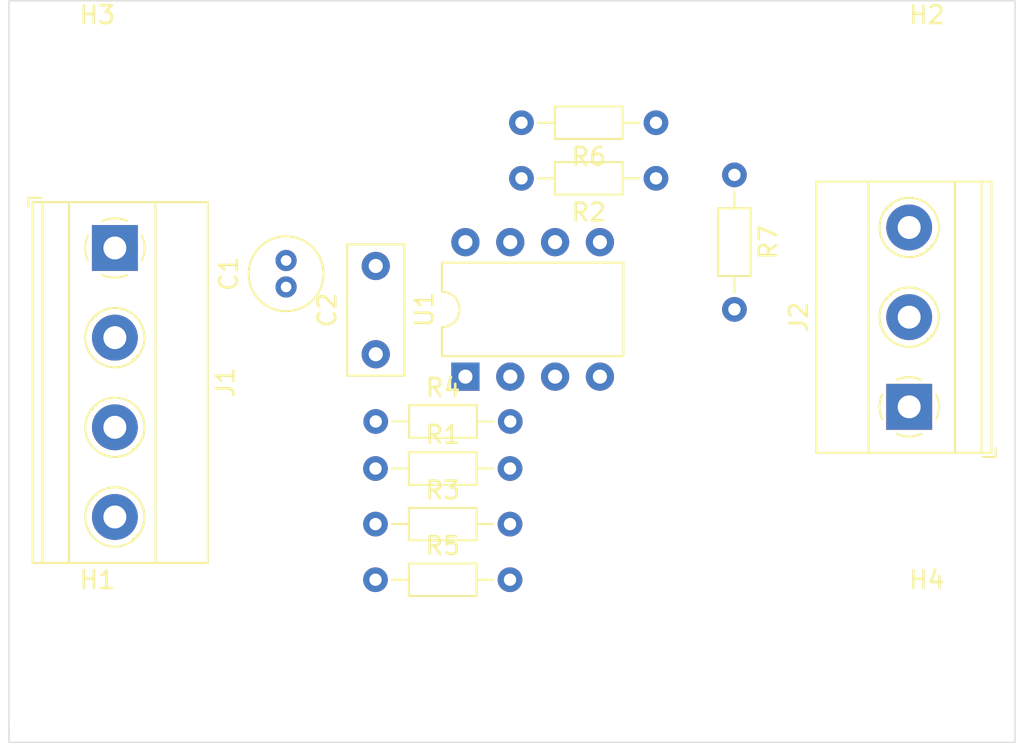
<source format=kicad_pcb>
(kicad_pcb (version 20171130) (host pcbnew "(5.1.9)-1")

  (general
    (thickness 1.6)
    (drawings 5)
    (tracks 0)
    (zones 0)
    (modules 16)
    (nets 1)
  )

  (page A4)
  (layers
    (0 F.Cu signal)
    (31 B.Cu signal)
    (32 B.Adhes user)
    (33 F.Adhes user)
    (34 B.Paste user)
    (35 F.Paste user)
    (36 B.SilkS user)
    (37 F.SilkS user)
    (38 B.Mask user)
    (39 F.Mask user)
    (40 Dwgs.User user)
    (41 Cmts.User user)
    (42 Eco1.User user)
    (43 Eco2.User user)
    (44 Edge.Cuts user)
    (45 Margin user)
    (46 B.CrtYd user)
    (47 F.CrtYd user)
    (48 B.Fab user)
    (49 F.Fab user)
  )

  (setup
    (last_trace_width 0.25)
    (trace_clearance 0.2)
    (zone_clearance 0.508)
    (zone_45_only no)
    (trace_min 0.2)
    (via_size 0.8)
    (via_drill 0.4)
    (via_min_size 0.4)
    (via_min_drill 0.3)
    (uvia_size 0.3)
    (uvia_drill 0.1)
    (uvias_allowed no)
    (uvia_min_size 0.2)
    (uvia_min_drill 0.1)
    (edge_width 0.05)
    (segment_width 0.2)
    (pcb_text_width 0.3)
    (pcb_text_size 1.5 1.5)
    (mod_edge_width 0.12)
    (mod_text_size 1 1)
    (mod_text_width 0.15)
    (pad_size 1.524 1.524)
    (pad_drill 0.762)
    (pad_to_mask_clearance 0)
    (aux_axis_origin 0 0)
    (visible_elements 7FFFFFFF)
    (pcbplotparams
      (layerselection 0x010fc_ffffffff)
      (usegerberextensions false)
      (usegerberattributes true)
      (usegerberadvancedattributes true)
      (creategerberjobfile true)
      (excludeedgelayer true)
      (linewidth 0.100000)
      (plotframeref false)
      (viasonmask false)
      (mode 1)
      (useauxorigin false)
      (hpglpennumber 1)
      (hpglpenspeed 20)
      (hpglpendiameter 15.000000)
      (psnegative false)
      (psa4output false)
      (plotreference true)
      (plotvalue true)
      (plotinvisibletext false)
      (padsonsilk false)
      (subtractmaskfromsilk false)
      (outputformat 1)
      (mirror false)
      (drillshape 1)
      (scaleselection 1)
      (outputdirectory ""))
  )

  (net 0 "")

  (net_class Default "This is the default net class."
    (clearance 0.2)
    (trace_width 0.25)
    (via_dia 0.8)
    (via_drill 0.4)
    (uvia_dia 0.3)
    (uvia_drill 0.1)
  )

  (module Resistor_THT:R_Axial_DIN0204_L3.6mm_D1.6mm_P7.62mm_Horizontal (layer F.Cu) (tedit 5AE5139B) (tstamp 600EA986)
    (at 144.765001 39.495001)
    (descr "Resistor, Axial_DIN0204 series, Axial, Horizontal, pin pitch=7.62mm, 0.167W, length*diameter=3.6*1.6mm^2, http://cdn-reichelt.de/documents/datenblatt/B400/1_4W%23YAG.pdf")
    (tags "Resistor Axial_DIN0204 series Axial Horizontal pin pitch 7.62mm 0.167W length 3.6mm diameter 1.6mm")
    (path /600E749A)
    (fp_text reference R1 (at 3.81 -1.92) (layer F.SilkS)
      (effects (font (size 1 1) (thickness 0.15)))
    )
    (fp_text value R (at 3.81 1.92) (layer F.Fab)
      (effects (font (size 1 1) (thickness 0.15)))
    )
    (fp_line (start 8.57 -1.05) (end -0.95 -1.05) (layer F.CrtYd) (width 0.05))
    (fp_line (start 8.57 1.05) (end 8.57 -1.05) (layer F.CrtYd) (width 0.05))
    (fp_line (start -0.95 1.05) (end 8.57 1.05) (layer F.CrtYd) (width 0.05))
    (fp_line (start -0.95 -1.05) (end -0.95 1.05) (layer F.CrtYd) (width 0.05))
    (fp_line (start 6.68 0) (end 5.73 0) (layer F.SilkS) (width 0.12))
    (fp_line (start 0.94 0) (end 1.89 0) (layer F.SilkS) (width 0.12))
    (fp_line (start 5.73 -0.92) (end 1.89 -0.92) (layer F.SilkS) (width 0.12))
    (fp_line (start 5.73 0.92) (end 5.73 -0.92) (layer F.SilkS) (width 0.12))
    (fp_line (start 1.89 0.92) (end 5.73 0.92) (layer F.SilkS) (width 0.12))
    (fp_line (start 1.89 -0.92) (end 1.89 0.92) (layer F.SilkS) (width 0.12))
    (fp_line (start 7.62 0) (end 5.61 0) (layer F.Fab) (width 0.1))
    (fp_line (start 0 0) (end 2.01 0) (layer F.Fab) (width 0.1))
    (fp_line (start 5.61 -0.8) (end 2.01 -0.8) (layer F.Fab) (width 0.1))
    (fp_line (start 5.61 0.8) (end 5.61 -0.8) (layer F.Fab) (width 0.1))
    (fp_line (start 2.01 0.8) (end 5.61 0.8) (layer F.Fab) (width 0.1))
    (fp_line (start 2.01 -0.8) (end 2.01 0.8) (layer F.Fab) (width 0.1))
    (fp_text user %R (at 3.81 0) (layer F.Fab)
      (effects (font (size 0.72 0.72) (thickness 0.108)))
    )
    (pad 1 thru_hole circle (at 0 0) (size 1.4 1.4) (drill 0.7) (layers *.Cu *.Mask))
    (pad 2 thru_hole oval (at 7.62 0) (size 1.4 1.4) (drill 0.7) (layers *.Cu *.Mask))
    (model ${KISYS3DMOD}/Resistor_THT.3dshapes/R_Axial_DIN0204_L3.6mm_D1.6mm_P7.62mm_Horizontal.wrl
      (at (xyz 0 0 0))
      (scale (xyz 1 1 1))
      (rotate (xyz 0 0 0))
    )
  )

  (module Resistor_THT:R_Axial_DIN0204_L3.6mm_D1.6mm_P7.62mm_Horizontal (layer F.Cu) (tedit 5AE5139B) (tstamp 600EA944)
    (at 160.654999 23.054999 180)
    (descr "Resistor, Axial_DIN0204 series, Axial, Horizontal, pin pitch=7.62mm, 0.167W, length*diameter=3.6*1.6mm^2, http://cdn-reichelt.de/documents/datenblatt/B400/1_4W%23YAG.pdf")
    (tags "Resistor Axial_DIN0204 series Axial Horizontal pin pitch 7.62mm 0.167W length 3.6mm diameter 1.6mm")
    (path /600E8D48)
    (fp_text reference R2 (at 3.81 -1.92) (layer F.SilkS)
      (effects (font (size 1 1) (thickness 0.15)))
    )
    (fp_text value R (at 3.81 1.92) (layer F.Fab)
      (effects (font (size 1 1) (thickness 0.15)))
    )
    (fp_line (start 2.01 -0.8) (end 2.01 0.8) (layer F.Fab) (width 0.1))
    (fp_line (start 2.01 0.8) (end 5.61 0.8) (layer F.Fab) (width 0.1))
    (fp_line (start 5.61 0.8) (end 5.61 -0.8) (layer F.Fab) (width 0.1))
    (fp_line (start 5.61 -0.8) (end 2.01 -0.8) (layer F.Fab) (width 0.1))
    (fp_line (start 0 0) (end 2.01 0) (layer F.Fab) (width 0.1))
    (fp_line (start 7.62 0) (end 5.61 0) (layer F.Fab) (width 0.1))
    (fp_line (start 1.89 -0.92) (end 1.89 0.92) (layer F.SilkS) (width 0.12))
    (fp_line (start 1.89 0.92) (end 5.73 0.92) (layer F.SilkS) (width 0.12))
    (fp_line (start 5.73 0.92) (end 5.73 -0.92) (layer F.SilkS) (width 0.12))
    (fp_line (start 5.73 -0.92) (end 1.89 -0.92) (layer F.SilkS) (width 0.12))
    (fp_line (start 0.94 0) (end 1.89 0) (layer F.SilkS) (width 0.12))
    (fp_line (start 6.68 0) (end 5.73 0) (layer F.SilkS) (width 0.12))
    (fp_line (start -0.95 -1.05) (end -0.95 1.05) (layer F.CrtYd) (width 0.05))
    (fp_line (start -0.95 1.05) (end 8.57 1.05) (layer F.CrtYd) (width 0.05))
    (fp_line (start 8.57 1.05) (end 8.57 -1.05) (layer F.CrtYd) (width 0.05))
    (fp_line (start 8.57 -1.05) (end -0.95 -1.05) (layer F.CrtYd) (width 0.05))
    (fp_text user %R (at 3.81 0) (layer F.Fab)
      (effects (font (size 0.72 0.72) (thickness 0.108)))
    )
    (pad 2 thru_hole oval (at 7.62 0 180) (size 1.4 1.4) (drill 0.7) (layers *.Cu *.Mask))
    (pad 1 thru_hole circle (at 0 0 180) (size 1.4 1.4) (drill 0.7) (layers *.Cu *.Mask))
    (model ${KISYS3DMOD}/Resistor_THT.3dshapes/R_Axial_DIN0204_L3.6mm_D1.6mm_P7.62mm_Horizontal.wrl
      (at (xyz 0 0 0))
      (scale (xyz 1 1 1))
      (rotate (xyz 0 0 0))
    )
  )

  (module Resistor_THT:R_Axial_DIN0204_L3.6mm_D1.6mm_P7.62mm_Horizontal (layer F.Cu) (tedit 5AE5139B) (tstamp 600EA902)
    (at 144.765001 42.645001)
    (descr "Resistor, Axial_DIN0204 series, Axial, Horizontal, pin pitch=7.62mm, 0.167W, length*diameter=3.6*1.6mm^2, http://cdn-reichelt.de/documents/datenblatt/B400/1_4W%23YAG.pdf")
    (tags "Resistor Axial_DIN0204 series Axial Horizontal pin pitch 7.62mm 0.167W length 3.6mm diameter 1.6mm")
    (path /600E919E)
    (fp_text reference R3 (at 3.81 -1.92) (layer F.SilkS)
      (effects (font (size 1 1) (thickness 0.15)))
    )
    (fp_text value R (at 3.81 1.92) (layer F.Fab)
      (effects (font (size 1 1) (thickness 0.15)))
    )
    (fp_line (start 8.57 -1.05) (end -0.95 -1.05) (layer F.CrtYd) (width 0.05))
    (fp_line (start 8.57 1.05) (end 8.57 -1.05) (layer F.CrtYd) (width 0.05))
    (fp_line (start -0.95 1.05) (end 8.57 1.05) (layer F.CrtYd) (width 0.05))
    (fp_line (start -0.95 -1.05) (end -0.95 1.05) (layer F.CrtYd) (width 0.05))
    (fp_line (start 6.68 0) (end 5.73 0) (layer F.SilkS) (width 0.12))
    (fp_line (start 0.94 0) (end 1.89 0) (layer F.SilkS) (width 0.12))
    (fp_line (start 5.73 -0.92) (end 1.89 -0.92) (layer F.SilkS) (width 0.12))
    (fp_line (start 5.73 0.92) (end 5.73 -0.92) (layer F.SilkS) (width 0.12))
    (fp_line (start 1.89 0.92) (end 5.73 0.92) (layer F.SilkS) (width 0.12))
    (fp_line (start 1.89 -0.92) (end 1.89 0.92) (layer F.SilkS) (width 0.12))
    (fp_line (start 7.62 0) (end 5.61 0) (layer F.Fab) (width 0.1))
    (fp_line (start 0 0) (end 2.01 0) (layer F.Fab) (width 0.1))
    (fp_line (start 5.61 -0.8) (end 2.01 -0.8) (layer F.Fab) (width 0.1))
    (fp_line (start 5.61 0.8) (end 5.61 -0.8) (layer F.Fab) (width 0.1))
    (fp_line (start 2.01 0.8) (end 5.61 0.8) (layer F.Fab) (width 0.1))
    (fp_line (start 2.01 -0.8) (end 2.01 0.8) (layer F.Fab) (width 0.1))
    (fp_text user %R (at 3.81 0) (layer F.Fab)
      (effects (font (size 0.72 0.72) (thickness 0.108)))
    )
    (pad 1 thru_hole circle (at 0 0) (size 1.4 1.4) (drill 0.7) (layers *.Cu *.Mask))
    (pad 2 thru_hole oval (at 7.62 0) (size 1.4 1.4) (drill 0.7) (layers *.Cu *.Mask))
    (model ${KISYS3DMOD}/Resistor_THT.3dshapes/R_Axial_DIN0204_L3.6mm_D1.6mm_P7.62mm_Horizontal.wrl
      (at (xyz 0 0 0))
      (scale (xyz 1 1 1))
      (rotate (xyz 0 0 0))
    )
  )

  (module Resistor_THT:R_Axial_DIN0204_L3.6mm_D1.6mm_P7.62mm_Horizontal (layer F.Cu) (tedit 5AE5139B) (tstamp 600EA8C0)
    (at 144.78 36.83)
    (descr "Resistor, Axial_DIN0204 series, Axial, Horizontal, pin pitch=7.62mm, 0.167W, length*diameter=3.6*1.6mm^2, http://cdn-reichelt.de/documents/datenblatt/B400/1_4W%23YAG.pdf")
    (tags "Resistor Axial_DIN0204 series Axial Horizontal pin pitch 7.62mm 0.167W length 3.6mm diameter 1.6mm")
    (path /600E952F)
    (fp_text reference R4 (at 3.81 -1.92) (layer F.SilkS)
      (effects (font (size 1 1) (thickness 0.15)))
    )
    (fp_text value R (at 3.81 1.92) (layer F.Fab)
      (effects (font (size 1 1) (thickness 0.15)))
    )
    (fp_line (start 2.01 -0.8) (end 2.01 0.8) (layer F.Fab) (width 0.1))
    (fp_line (start 2.01 0.8) (end 5.61 0.8) (layer F.Fab) (width 0.1))
    (fp_line (start 5.61 0.8) (end 5.61 -0.8) (layer F.Fab) (width 0.1))
    (fp_line (start 5.61 -0.8) (end 2.01 -0.8) (layer F.Fab) (width 0.1))
    (fp_line (start 0 0) (end 2.01 0) (layer F.Fab) (width 0.1))
    (fp_line (start 7.62 0) (end 5.61 0) (layer F.Fab) (width 0.1))
    (fp_line (start 1.89 -0.92) (end 1.89 0.92) (layer F.SilkS) (width 0.12))
    (fp_line (start 1.89 0.92) (end 5.73 0.92) (layer F.SilkS) (width 0.12))
    (fp_line (start 5.73 0.92) (end 5.73 -0.92) (layer F.SilkS) (width 0.12))
    (fp_line (start 5.73 -0.92) (end 1.89 -0.92) (layer F.SilkS) (width 0.12))
    (fp_line (start 0.94 0) (end 1.89 0) (layer F.SilkS) (width 0.12))
    (fp_line (start 6.68 0) (end 5.73 0) (layer F.SilkS) (width 0.12))
    (fp_line (start -0.95 -1.05) (end -0.95 1.05) (layer F.CrtYd) (width 0.05))
    (fp_line (start -0.95 1.05) (end 8.57 1.05) (layer F.CrtYd) (width 0.05))
    (fp_line (start 8.57 1.05) (end 8.57 -1.05) (layer F.CrtYd) (width 0.05))
    (fp_line (start 8.57 -1.05) (end -0.95 -1.05) (layer F.CrtYd) (width 0.05))
    (fp_text user %R (at 3.81 0) (layer F.Fab)
      (effects (font (size 0.72 0.72) (thickness 0.108)))
    )
    (pad 2 thru_hole oval (at 7.62 0) (size 1.4 1.4) (drill 0.7) (layers *.Cu *.Mask))
    (pad 1 thru_hole circle (at 0 0) (size 1.4 1.4) (drill 0.7) (layers *.Cu *.Mask))
    (model ${KISYS3DMOD}/Resistor_THT.3dshapes/R_Axial_DIN0204_L3.6mm_D1.6mm_P7.62mm_Horizontal.wrl
      (at (xyz 0 0 0))
      (scale (xyz 1 1 1))
      (rotate (xyz 0 0 0))
    )
  )

  (module Resistor_THT:R_Axial_DIN0204_L3.6mm_D1.6mm_P7.62mm_Horizontal (layer F.Cu) (tedit 5AE5139B) (tstamp 600EA7EB)
    (at 144.765001 45.795001)
    (descr "Resistor, Axial_DIN0204 series, Axial, Horizontal, pin pitch=7.62mm, 0.167W, length*diameter=3.6*1.6mm^2, http://cdn-reichelt.de/documents/datenblatt/B400/1_4W%23YAG.pdf")
    (tags "Resistor Axial_DIN0204 series Axial Horizontal pin pitch 7.62mm 0.167W length 3.6mm diameter 1.6mm")
    (path /600E97E5)
    (fp_text reference R5 (at 3.81 -1.92) (layer F.SilkS)
      (effects (font (size 1 1) (thickness 0.15)))
    )
    (fp_text value R (at 3.81 1.92) (layer F.Fab)
      (effects (font (size 1 1) (thickness 0.15)))
    )
    (fp_line (start 8.57 -1.05) (end -0.95 -1.05) (layer F.CrtYd) (width 0.05))
    (fp_line (start 8.57 1.05) (end 8.57 -1.05) (layer F.CrtYd) (width 0.05))
    (fp_line (start -0.95 1.05) (end 8.57 1.05) (layer F.CrtYd) (width 0.05))
    (fp_line (start -0.95 -1.05) (end -0.95 1.05) (layer F.CrtYd) (width 0.05))
    (fp_line (start 6.68 0) (end 5.73 0) (layer F.SilkS) (width 0.12))
    (fp_line (start 0.94 0) (end 1.89 0) (layer F.SilkS) (width 0.12))
    (fp_line (start 5.73 -0.92) (end 1.89 -0.92) (layer F.SilkS) (width 0.12))
    (fp_line (start 5.73 0.92) (end 5.73 -0.92) (layer F.SilkS) (width 0.12))
    (fp_line (start 1.89 0.92) (end 5.73 0.92) (layer F.SilkS) (width 0.12))
    (fp_line (start 1.89 -0.92) (end 1.89 0.92) (layer F.SilkS) (width 0.12))
    (fp_line (start 7.62 0) (end 5.61 0) (layer F.Fab) (width 0.1))
    (fp_line (start 0 0) (end 2.01 0) (layer F.Fab) (width 0.1))
    (fp_line (start 5.61 -0.8) (end 2.01 -0.8) (layer F.Fab) (width 0.1))
    (fp_line (start 5.61 0.8) (end 5.61 -0.8) (layer F.Fab) (width 0.1))
    (fp_line (start 2.01 0.8) (end 5.61 0.8) (layer F.Fab) (width 0.1))
    (fp_line (start 2.01 -0.8) (end 2.01 0.8) (layer F.Fab) (width 0.1))
    (fp_text user %R (at 3.81 0) (layer F.Fab)
      (effects (font (size 0.72 0.72) (thickness 0.108)))
    )
    (pad 1 thru_hole circle (at 0 0) (size 1.4 1.4) (drill 0.7) (layers *.Cu *.Mask))
    (pad 2 thru_hole oval (at 7.62 0) (size 1.4 1.4) (drill 0.7) (layers *.Cu *.Mask))
    (model ${KISYS3DMOD}/Resistor_THT.3dshapes/R_Axial_DIN0204_L3.6mm_D1.6mm_P7.62mm_Horizontal.wrl
      (at (xyz 0 0 0))
      (scale (xyz 1 1 1))
      (rotate (xyz 0 0 0))
    )
  )

  (module Resistor_THT:R_Axial_DIN0204_L3.6mm_D1.6mm_P7.62mm_Horizontal (layer F.Cu) (tedit 5AE5139B) (tstamp 600EA87E)
    (at 160.654999 19.904999 180)
    (descr "Resistor, Axial_DIN0204 series, Axial, Horizontal, pin pitch=7.62mm, 0.167W, length*diameter=3.6*1.6mm^2, http://cdn-reichelt.de/documents/datenblatt/B400/1_4W%23YAG.pdf")
    (tags "Resistor Axial_DIN0204 series Axial Horizontal pin pitch 7.62mm 0.167W length 3.6mm diameter 1.6mm")
    (path /600E9B4F)
    (fp_text reference R6 (at 3.81 -1.92) (layer F.SilkS)
      (effects (font (size 1 1) (thickness 0.15)))
    )
    (fp_text value R (at 3.81 1.92) (layer F.Fab)
      (effects (font (size 1 1) (thickness 0.15)))
    )
    (fp_line (start 2.01 -0.8) (end 2.01 0.8) (layer F.Fab) (width 0.1))
    (fp_line (start 2.01 0.8) (end 5.61 0.8) (layer F.Fab) (width 0.1))
    (fp_line (start 5.61 0.8) (end 5.61 -0.8) (layer F.Fab) (width 0.1))
    (fp_line (start 5.61 -0.8) (end 2.01 -0.8) (layer F.Fab) (width 0.1))
    (fp_line (start 0 0) (end 2.01 0) (layer F.Fab) (width 0.1))
    (fp_line (start 7.62 0) (end 5.61 0) (layer F.Fab) (width 0.1))
    (fp_line (start 1.89 -0.92) (end 1.89 0.92) (layer F.SilkS) (width 0.12))
    (fp_line (start 1.89 0.92) (end 5.73 0.92) (layer F.SilkS) (width 0.12))
    (fp_line (start 5.73 0.92) (end 5.73 -0.92) (layer F.SilkS) (width 0.12))
    (fp_line (start 5.73 -0.92) (end 1.89 -0.92) (layer F.SilkS) (width 0.12))
    (fp_line (start 0.94 0) (end 1.89 0) (layer F.SilkS) (width 0.12))
    (fp_line (start 6.68 0) (end 5.73 0) (layer F.SilkS) (width 0.12))
    (fp_line (start -0.95 -1.05) (end -0.95 1.05) (layer F.CrtYd) (width 0.05))
    (fp_line (start -0.95 1.05) (end 8.57 1.05) (layer F.CrtYd) (width 0.05))
    (fp_line (start 8.57 1.05) (end 8.57 -1.05) (layer F.CrtYd) (width 0.05))
    (fp_line (start 8.57 -1.05) (end -0.95 -1.05) (layer F.CrtYd) (width 0.05))
    (fp_text user %R (at 3.81 0) (layer F.Fab)
      (effects (font (size 0.72 0.72) (thickness 0.108)))
    )
    (pad 2 thru_hole oval (at 7.62 0 180) (size 1.4 1.4) (drill 0.7) (layers *.Cu *.Mask))
    (pad 1 thru_hole circle (at 0 0 180) (size 1.4 1.4) (drill 0.7) (layers *.Cu *.Mask))
    (model ${KISYS3DMOD}/Resistor_THT.3dshapes/R_Axial_DIN0204_L3.6mm_D1.6mm_P7.62mm_Horizontal.wrl
      (at (xyz 0 0 0))
      (scale (xyz 1 1 1))
      (rotate (xyz 0 0 0))
    )
  )

  (module Resistor_THT:R_Axial_DIN0204_L3.6mm_D1.6mm_P7.62mm_Horizontal (layer F.Cu) (tedit 5AE5139B) (tstamp 600E9B91)
    (at 165.1 22.86 270)
    (descr "Resistor, Axial_DIN0204 series, Axial, Horizontal, pin pitch=7.62mm, 0.167W, length*diameter=3.6*1.6mm^2, http://cdn-reichelt.de/documents/datenblatt/B400/1_4W%23YAG.pdf")
    (tags "Resistor Axial_DIN0204 series Axial Horizontal pin pitch 7.62mm 0.167W length 3.6mm diameter 1.6mm")
    (path /600E9FF8)
    (fp_text reference R7 (at 3.81 -1.92 90) (layer F.SilkS)
      (effects (font (size 1 1) (thickness 0.15)))
    )
    (fp_text value R (at 3.81 1.92 90) (layer F.Fab)
      (effects (font (size 1 1) (thickness 0.15)))
    )
    (fp_line (start 8.57 -1.05) (end -0.95 -1.05) (layer F.CrtYd) (width 0.05))
    (fp_line (start 8.57 1.05) (end 8.57 -1.05) (layer F.CrtYd) (width 0.05))
    (fp_line (start -0.95 1.05) (end 8.57 1.05) (layer F.CrtYd) (width 0.05))
    (fp_line (start -0.95 -1.05) (end -0.95 1.05) (layer F.CrtYd) (width 0.05))
    (fp_line (start 6.68 0) (end 5.73 0) (layer F.SilkS) (width 0.12))
    (fp_line (start 0.94 0) (end 1.89 0) (layer F.SilkS) (width 0.12))
    (fp_line (start 5.73 -0.92) (end 1.89 -0.92) (layer F.SilkS) (width 0.12))
    (fp_line (start 5.73 0.92) (end 5.73 -0.92) (layer F.SilkS) (width 0.12))
    (fp_line (start 1.89 0.92) (end 5.73 0.92) (layer F.SilkS) (width 0.12))
    (fp_line (start 1.89 -0.92) (end 1.89 0.92) (layer F.SilkS) (width 0.12))
    (fp_line (start 7.62 0) (end 5.61 0) (layer F.Fab) (width 0.1))
    (fp_line (start 0 0) (end 2.01 0) (layer F.Fab) (width 0.1))
    (fp_line (start 5.61 -0.8) (end 2.01 -0.8) (layer F.Fab) (width 0.1))
    (fp_line (start 5.61 0.8) (end 5.61 -0.8) (layer F.Fab) (width 0.1))
    (fp_line (start 2.01 0.8) (end 5.61 0.8) (layer F.Fab) (width 0.1))
    (fp_line (start 2.01 -0.8) (end 2.01 0.8) (layer F.Fab) (width 0.1))
    (fp_text user %R (at 3.81 0 90) (layer F.Fab)
      (effects (font (size 0.72 0.72) (thickness 0.108)))
    )
    (pad 1 thru_hole circle (at 0 0 270) (size 1.4 1.4) (drill 0.7) (layers *.Cu *.Mask))
    (pad 2 thru_hole oval (at 7.62 0 270) (size 1.4 1.4) (drill 0.7) (layers *.Cu *.Mask))
    (model ${KISYS3DMOD}/Resistor_THT.3dshapes/R_Axial_DIN0204_L3.6mm_D1.6mm_P7.62mm_Horizontal.wrl
      (at (xyz 0 0 0))
      (scale (xyz 1 1 1))
      (rotate (xyz 0 0 0))
    )
  )

  (module Package_DIP:DIP-8_W7.62mm (layer F.Cu) (tedit 5A02E8C5) (tstamp 600EA832)
    (at 149.86 34.29 90)
    (descr "8-lead though-hole mounted DIP package, row spacing 7.62 mm (300 mils)")
    (tags "THT DIP DIL PDIP 2.54mm 7.62mm 300mil")
    (path /600EC27F)
    (fp_text reference U1 (at 3.81 -2.33 90) (layer F.SilkS)
      (effects (font (size 1 1) (thickness 0.15)))
    )
    (fp_text value LM2904 (at 3.81 9.95 90) (layer F.Fab)
      (effects (font (size 1 1) (thickness 0.15)))
    )
    (fp_line (start 8.7 -1.55) (end -1.1 -1.55) (layer F.CrtYd) (width 0.05))
    (fp_line (start 8.7 9.15) (end 8.7 -1.55) (layer F.CrtYd) (width 0.05))
    (fp_line (start -1.1 9.15) (end 8.7 9.15) (layer F.CrtYd) (width 0.05))
    (fp_line (start -1.1 -1.55) (end -1.1 9.15) (layer F.CrtYd) (width 0.05))
    (fp_line (start 6.46 -1.33) (end 4.81 -1.33) (layer F.SilkS) (width 0.12))
    (fp_line (start 6.46 8.95) (end 6.46 -1.33) (layer F.SilkS) (width 0.12))
    (fp_line (start 1.16 8.95) (end 6.46 8.95) (layer F.SilkS) (width 0.12))
    (fp_line (start 1.16 -1.33) (end 1.16 8.95) (layer F.SilkS) (width 0.12))
    (fp_line (start 2.81 -1.33) (end 1.16 -1.33) (layer F.SilkS) (width 0.12))
    (fp_line (start 0.635 -0.27) (end 1.635 -1.27) (layer F.Fab) (width 0.1))
    (fp_line (start 0.635 8.89) (end 0.635 -0.27) (layer F.Fab) (width 0.1))
    (fp_line (start 6.985 8.89) (end 0.635 8.89) (layer F.Fab) (width 0.1))
    (fp_line (start 6.985 -1.27) (end 6.985 8.89) (layer F.Fab) (width 0.1))
    (fp_line (start 1.635 -1.27) (end 6.985 -1.27) (layer F.Fab) (width 0.1))
    (fp_arc (start 3.81 -1.33) (end 2.81 -1.33) (angle -180) (layer F.SilkS) (width 0.12))
    (fp_text user %R (at 3.81 3.81 90) (layer F.Fab)
      (effects (font (size 1 1) (thickness 0.15)))
    )
    (pad 1 thru_hole rect (at 0 0 90) (size 1.6 1.6) (drill 0.8) (layers *.Cu *.Mask))
    (pad 5 thru_hole oval (at 7.62 7.62 90) (size 1.6 1.6) (drill 0.8) (layers *.Cu *.Mask))
    (pad 2 thru_hole oval (at 0 2.54 90) (size 1.6 1.6) (drill 0.8) (layers *.Cu *.Mask))
    (pad 6 thru_hole oval (at 7.62 5.08 90) (size 1.6 1.6) (drill 0.8) (layers *.Cu *.Mask))
    (pad 3 thru_hole oval (at 0 5.08 90) (size 1.6 1.6) (drill 0.8) (layers *.Cu *.Mask))
    (pad 7 thru_hole oval (at 7.62 2.54 90) (size 1.6 1.6) (drill 0.8) (layers *.Cu *.Mask))
    (pad 4 thru_hole oval (at 0 7.62 90) (size 1.6 1.6) (drill 0.8) (layers *.Cu *.Mask))
    (pad 8 thru_hole oval (at 7.62 0 90) (size 1.6 1.6) (drill 0.8) (layers *.Cu *.Mask))
    (model ${KISYS3DMOD}/Package_DIP.3dshapes/DIP-8_W7.62mm.wrl
      (at (xyz 0 0 0))
      (scale (xyz 1 1 1))
      (rotate (xyz 0 0 0))
    )
  )

  (module Capacitor_THT:C_Radial_D4.0mm_H7.0mm_P1.50mm (layer F.Cu) (tedit 5BC5C9B9) (tstamp 600F586E)
    (at 139.7 29.21 90)
    (descr "C, Radial series, Radial, pin pitch=1.50mm, diameter=4mm, height=7mm, Non-Polar Electrolytic Capacitor")
    (tags "C Radial series Radial pin pitch 1.50mm diameter 4mm height 7mm Non-Polar Electrolytic Capacitor")
    (path /600EA95A)
    (fp_text reference C1 (at 0.75 -3.25 90) (layer F.SilkS)
      (effects (font (size 1 1) (thickness 0.15)))
    )
    (fp_text value CAP (at 0.75 3.25 90) (layer F.Fab)
      (effects (font (size 1 1) (thickness 0.15)))
    )
    (fp_circle (center 0.75 0) (end 2.75 0) (layer F.Fab) (width 0.1))
    (fp_circle (center 0.75 0) (end 2.87 0) (layer F.SilkS) (width 0.12))
    (fp_circle (center 0.75 0) (end 3 0) (layer F.CrtYd) (width 0.05))
    (fp_text user %R (at 0.75 0 90) (layer F.Fab)
      (effects (font (size 0.8 0.8) (thickness 0.12)))
    )
    (pad 1 thru_hole circle (at 0 0 90) (size 1.2 1.2) (drill 0.6) (layers *.Cu *.Mask))
    (pad 2 thru_hole circle (at 1.5 0 90) (size 1.2 1.2) (drill 0.6) (layers *.Cu *.Mask))
    (model ${KISYS3DMOD}/Capacitor_THT.3dshapes/C_Radial_D4.0mm_H7.0mm_P1.50mm.wrl
      (at (xyz 0 0 0))
      (scale (xyz 1 1 1))
      (rotate (xyz 0 0 0))
    )
  )

  (module Capacitor_THT:C_Rect_L7.2mm_W3.0mm_P5.00mm_FKS2_FKP2_MKS2_MKP2 (layer F.Cu) (tedit 5AE50EF0) (tstamp 600F5877)
    (at 144.78 33.02 90)
    (descr "C, Rect series, Radial, pin pitch=5.00mm, , length*width=7.2*3.0mm^2, Capacitor, http://www.wima.com/EN/WIMA_FKS_2.pdf")
    (tags "C Rect series Radial pin pitch 5.00mm  length 7.2mm width 3.0mm Capacitor")
    (path /600EB810)
    (fp_text reference C2 (at 2.5 -2.75 90) (layer F.SilkS)
      (effects (font (size 1 1) (thickness 0.15)))
    )
    (fp_text value CAP (at 2.5 2.75 90) (layer F.Fab)
      (effects (font (size 1 1) (thickness 0.15)))
    )
    (fp_line (start -1.1 -1.5) (end -1.1 1.5) (layer F.Fab) (width 0.1))
    (fp_line (start -1.1 1.5) (end 6.1 1.5) (layer F.Fab) (width 0.1))
    (fp_line (start 6.1 1.5) (end 6.1 -1.5) (layer F.Fab) (width 0.1))
    (fp_line (start 6.1 -1.5) (end -1.1 -1.5) (layer F.Fab) (width 0.1))
    (fp_line (start -1.22 -1.62) (end 6.22 -1.62) (layer F.SilkS) (width 0.12))
    (fp_line (start -1.22 1.62) (end 6.22 1.62) (layer F.SilkS) (width 0.12))
    (fp_line (start -1.22 -1.62) (end -1.22 1.62) (layer F.SilkS) (width 0.12))
    (fp_line (start 6.22 -1.62) (end 6.22 1.62) (layer F.SilkS) (width 0.12))
    (fp_line (start -1.35 -1.75) (end -1.35 1.75) (layer F.CrtYd) (width 0.05))
    (fp_line (start -1.35 1.75) (end 6.35 1.75) (layer F.CrtYd) (width 0.05))
    (fp_line (start 6.35 1.75) (end 6.35 -1.75) (layer F.CrtYd) (width 0.05))
    (fp_line (start 6.35 -1.75) (end -1.35 -1.75) (layer F.CrtYd) (width 0.05))
    (fp_text user %R (at 2.5 0 90) (layer F.Fab)
      (effects (font (size 1 1) (thickness 0.15)))
    )
    (pad 1 thru_hole circle (at 0 0 90) (size 1.6 1.6) (drill 0.8) (layers *.Cu *.Mask))
    (pad 2 thru_hole circle (at 5 0 90) (size 1.6 1.6) (drill 0.8) (layers *.Cu *.Mask))
    (model ${KISYS3DMOD}/Capacitor_THT.3dshapes/C_Rect_L7.2mm_W3.0mm_P5.00mm_FKS2_FKP2_MKS2_MKP2.wrl
      (at (xyz 0 0 0))
      (scale (xyz 1 1 1))
      (rotate (xyz 0 0 0))
    )
  )

  (module MountingHole:MountingHole_3.2mm_M3 (layer F.Cu) (tedit 56D1B4CB) (tstamp 60184F7D)
    (at 129 50)
    (descr "Mounting Hole 3.2mm, no annular, M3")
    (tags "mounting hole 3.2mm no annular m3")
    (path /60184F51)
    (attr virtual)
    (fp_text reference H1 (at 0 -4.2) (layer F.SilkS)
      (effects (font (size 1 1) (thickness 0.15)))
    )
    (fp_text value MountingHole (at 0 4.2) (layer F.Fab)
      (effects (font (size 1 1) (thickness 0.15)))
    )
    (fp_circle (center 0 0) (end 3.45 0) (layer F.CrtYd) (width 0.05))
    (fp_circle (center 0 0) (end 3.2 0) (layer Cmts.User) (width 0.15))
    (fp_text user %R (at 0.3 0) (layer F.Fab)
      (effects (font (size 1 1) (thickness 0.15)))
    )
    (pad 1 np_thru_hole circle (at 0 0) (size 3.2 3.2) (drill 3.2) (layers *.Cu *.Mask))
  )

  (module MountingHole:MountingHole_3.2mm_M3 (layer F.Cu) (tedit 56D1B4CB) (tstamp 60184F85)
    (at 176 18)
    (descr "Mounting Hole 3.2mm, no annular, M3")
    (tags "mounting hole 3.2mm no annular m3")
    (path /60187ABD)
    (attr virtual)
    (fp_text reference H2 (at 0 -4.2) (layer F.SilkS)
      (effects (font (size 1 1) (thickness 0.15)))
    )
    (fp_text value MountingHole (at 0 4.2) (layer F.Fab)
      (effects (font (size 1 1) (thickness 0.15)))
    )
    (fp_text user %R (at 0.3 0) (layer F.Fab)
      (effects (font (size 1 1) (thickness 0.15)))
    )
    (fp_circle (center 0 0) (end 3.2 0) (layer Cmts.User) (width 0.15))
    (fp_circle (center 0 0) (end 3.45 0) (layer F.CrtYd) (width 0.05))
    (pad 1 np_thru_hole circle (at 0 0) (size 3.2 3.2) (drill 3.2) (layers *.Cu *.Mask))
  )

  (module MountingHole:MountingHole_3.2mm_M3 (layer F.Cu) (tedit 56D1B4CB) (tstamp 60184F8D)
    (at 129 18)
    (descr "Mounting Hole 3.2mm, no annular, M3")
    (tags "mounting hole 3.2mm no annular m3")
    (path /60187E50)
    (attr virtual)
    (fp_text reference H3 (at 0 -4.2) (layer F.SilkS)
      (effects (font (size 1 1) (thickness 0.15)))
    )
    (fp_text value MountingHole (at 0 4.2) (layer F.Fab)
      (effects (font (size 1 1) (thickness 0.15)))
    )
    (fp_circle (center 0 0) (end 3.45 0) (layer F.CrtYd) (width 0.05))
    (fp_circle (center 0 0) (end 3.2 0) (layer Cmts.User) (width 0.15))
    (fp_text user %R (at 0.3 0) (layer F.Fab)
      (effects (font (size 1 1) (thickness 0.15)))
    )
    (pad 1 np_thru_hole circle (at 0 0) (size 3.2 3.2) (drill 3.2) (layers *.Cu *.Mask))
  )

  (module MountingHole:MountingHole_3.2mm_M3 (layer F.Cu) (tedit 56D1B4CB) (tstamp 60184F95)
    (at 176 50)
    (descr "Mounting Hole 3.2mm, no annular, M3")
    (tags "mounting hole 3.2mm no annular m3")
    (path /60188199)
    (attr virtual)
    (fp_text reference H4 (at 0 -4.2) (layer F.SilkS)
      (effects (font (size 1 1) (thickness 0.15)))
    )
    (fp_text value MountingHole (at 0 4.2) (layer F.Fab)
      (effects (font (size 1 1) (thickness 0.15)))
    )
    (fp_text user %R (at 0.3 0) (layer F.Fab)
      (effects (font (size 1 1) (thickness 0.15)))
    )
    (fp_circle (center 0 0) (end 3.2 0) (layer Cmts.User) (width 0.15))
    (fp_circle (center 0 0) (end 3.45 0) (layer F.CrtYd) (width 0.05))
    (pad 1 np_thru_hole circle (at 0 0) (size 3.2 3.2) (drill 3.2) (layers *.Cu *.Mask))
  )

  (module TerminalBlock_Phoenix:TerminalBlock_Phoenix_MKDS-1,5-4-5.08_1x04_P5.08mm_Horizontal (layer F.Cu) (tedit 5B294EBC) (tstamp 60184FD3)
    (at 130 27 270)
    (descr "Terminal Block Phoenix MKDS-1,5-4-5.08, 4 pins, pitch 5.08mm, size 20.3x9.8mm^2, drill diamater 1.3mm, pad diameter 2.6mm, see http://www.farnell.com/datasheets/100425.pdf, script-generated using https://github.com/pointhi/kicad-footprint-generator/scripts/TerminalBlock_Phoenix")
    (tags "THT Terminal Block Phoenix MKDS-1,5-4-5.08 pitch 5.08mm size 20.3x9.8mm^2 drill 1.3mm pad 2.6mm")
    (path /60185A77)
    (fp_text reference J1 (at 7.62 -6.26 90) (layer F.SilkS)
      (effects (font (size 1 1) (thickness 0.15)))
    )
    (fp_text value Screw_Terminal_01x04 (at 7.62 5.66 90) (layer F.Fab)
      (effects (font (size 1 1) (thickness 0.15)))
    )
    (fp_line (start 18.28 -5.71) (end -3.04 -5.71) (layer F.CrtYd) (width 0.05))
    (fp_line (start 18.28 5.1) (end 18.28 -5.71) (layer F.CrtYd) (width 0.05))
    (fp_line (start -3.04 5.1) (end 18.28 5.1) (layer F.CrtYd) (width 0.05))
    (fp_line (start -3.04 -5.71) (end -3.04 5.1) (layer F.CrtYd) (width 0.05))
    (fp_line (start -2.84 4.9) (end -2.34 4.9) (layer F.SilkS) (width 0.12))
    (fp_line (start -2.84 4.16) (end -2.84 4.9) (layer F.SilkS) (width 0.12))
    (fp_line (start 14.013 1.023) (end 13.966 1.069) (layer F.SilkS) (width 0.12))
    (fp_line (start 16.31 -1.275) (end 16.275 -1.239) (layer F.SilkS) (width 0.12))
    (fp_line (start 14.206 1.239) (end 14.171 1.274) (layer F.SilkS) (width 0.12))
    (fp_line (start 16.515 -1.069) (end 16.468 -1.023) (layer F.SilkS) (width 0.12))
    (fp_line (start 16.195 -1.138) (end 14.103 0.955) (layer F.Fab) (width 0.1))
    (fp_line (start 16.378 -0.955) (end 14.286 1.138) (layer F.Fab) (width 0.1))
    (fp_line (start 8.933 1.023) (end 8.886 1.069) (layer F.SilkS) (width 0.12))
    (fp_line (start 11.23 -1.275) (end 11.195 -1.239) (layer F.SilkS) (width 0.12))
    (fp_line (start 9.126 1.239) (end 9.091 1.274) (layer F.SilkS) (width 0.12))
    (fp_line (start 11.435 -1.069) (end 11.388 -1.023) (layer F.SilkS) (width 0.12))
    (fp_line (start 11.115 -1.138) (end 9.023 0.955) (layer F.Fab) (width 0.1))
    (fp_line (start 11.298 -0.955) (end 9.206 1.138) (layer F.Fab) (width 0.1))
    (fp_line (start 3.853 1.023) (end 3.806 1.069) (layer F.SilkS) (width 0.12))
    (fp_line (start 6.15 -1.275) (end 6.115 -1.239) (layer F.SilkS) (width 0.12))
    (fp_line (start 4.046 1.239) (end 4.011 1.274) (layer F.SilkS) (width 0.12))
    (fp_line (start 6.355 -1.069) (end 6.308 -1.023) (layer F.SilkS) (width 0.12))
    (fp_line (start 6.035 -1.138) (end 3.943 0.955) (layer F.Fab) (width 0.1))
    (fp_line (start 6.218 -0.955) (end 4.126 1.138) (layer F.Fab) (width 0.1))
    (fp_line (start 0.955 -1.138) (end -1.138 0.955) (layer F.Fab) (width 0.1))
    (fp_line (start 1.138 -0.955) (end -0.955 1.138) (layer F.Fab) (width 0.1))
    (fp_line (start 17.84 -5.261) (end 17.84 4.66) (layer F.SilkS) (width 0.12))
    (fp_line (start -2.6 -5.261) (end -2.6 4.66) (layer F.SilkS) (width 0.12))
    (fp_line (start -2.6 4.66) (end 17.84 4.66) (layer F.SilkS) (width 0.12))
    (fp_line (start -2.6 -5.261) (end 17.84 -5.261) (layer F.SilkS) (width 0.12))
    (fp_line (start -2.6 -2.301) (end 17.84 -2.301) (layer F.SilkS) (width 0.12))
    (fp_line (start -2.54 -2.3) (end 17.78 -2.3) (layer F.Fab) (width 0.1))
    (fp_line (start -2.6 2.6) (end 17.84 2.6) (layer F.SilkS) (width 0.12))
    (fp_line (start -2.54 2.6) (end 17.78 2.6) (layer F.Fab) (width 0.1))
    (fp_line (start -2.6 4.1) (end 17.84 4.1) (layer F.SilkS) (width 0.12))
    (fp_line (start -2.54 4.1) (end 17.78 4.1) (layer F.Fab) (width 0.1))
    (fp_line (start -2.54 4.1) (end -2.54 -5.2) (layer F.Fab) (width 0.1))
    (fp_line (start -2.04 4.6) (end -2.54 4.1) (layer F.Fab) (width 0.1))
    (fp_line (start 17.78 4.6) (end -2.04 4.6) (layer F.Fab) (width 0.1))
    (fp_line (start 17.78 -5.2) (end 17.78 4.6) (layer F.Fab) (width 0.1))
    (fp_line (start -2.54 -5.2) (end 17.78 -5.2) (layer F.Fab) (width 0.1))
    (fp_circle (center 15.24 0) (end 16.92 0) (layer F.SilkS) (width 0.12))
    (fp_circle (center 15.24 0) (end 16.74 0) (layer F.Fab) (width 0.1))
    (fp_circle (center 10.16 0) (end 11.84 0) (layer F.SilkS) (width 0.12))
    (fp_circle (center 10.16 0) (end 11.66 0) (layer F.Fab) (width 0.1))
    (fp_circle (center 5.08 0) (end 6.76 0) (layer F.SilkS) (width 0.12))
    (fp_circle (center 5.08 0) (end 6.58 0) (layer F.Fab) (width 0.1))
    (fp_circle (center 0 0) (end 1.5 0) (layer F.Fab) (width 0.1))
    (fp_arc (start 0 0) (end 0 1.68) (angle -24) (layer F.SilkS) (width 0.12))
    (fp_arc (start 0 0) (end 1.535 0.684) (angle -48) (layer F.SilkS) (width 0.12))
    (fp_arc (start 0 0) (end 0.684 -1.535) (angle -48) (layer F.SilkS) (width 0.12))
    (fp_arc (start 0 0) (end -1.535 -0.684) (angle -48) (layer F.SilkS) (width 0.12))
    (fp_arc (start 0 0) (end -0.684 1.535) (angle -25) (layer F.SilkS) (width 0.12))
    (fp_text user %R (at 7.62 3.2 90) (layer F.Fab)
      (effects (font (size 1 1) (thickness 0.15)))
    )
    (pad 1 thru_hole rect (at 0 0 270) (size 2.6 2.6) (drill 1.3) (layers *.Cu *.Mask))
    (pad 2 thru_hole circle (at 5.08 0 270) (size 2.6 2.6) (drill 1.3) (layers *.Cu *.Mask))
    (pad 3 thru_hole circle (at 10.16 0 270) (size 2.6 2.6) (drill 1.3) (layers *.Cu *.Mask))
    (pad 4 thru_hole circle (at 15.24 0 270) (size 2.6 2.6) (drill 1.3) (layers *.Cu *.Mask))
    (model ${KISYS3DMOD}/TerminalBlock_Phoenix.3dshapes/TerminalBlock_Phoenix_MKDS-1,5-4-5.08_1x04_P5.08mm_Horizontal.wrl
      (at (xyz 0 0 0))
      (scale (xyz 1 1 1))
      (rotate (xyz 0 0 0))
    )
  )

  (module TerminalBlock_Phoenix:TerminalBlock_Phoenix_MKDS-1,5-3-5.08_1x03_P5.08mm_Horizontal (layer F.Cu) (tedit 5B294EBC) (tstamp 60185008)
    (at 175 36 90)
    (descr "Terminal Block Phoenix MKDS-1,5-3-5.08, 3 pins, pitch 5.08mm, size 15.2x9.8mm^2, drill diamater 1.3mm, pad diameter 2.6mm, see http://www.farnell.com/datasheets/100425.pdf, script-generated using https://github.com/pointhi/kicad-footprint-generator/scripts/TerminalBlock_Phoenix")
    (tags "THT Terminal Block Phoenix MKDS-1,5-3-5.08 pitch 5.08mm size 15.2x9.8mm^2 drill 1.3mm pad 2.6mm")
    (path /60186B38)
    (fp_text reference J2 (at 5.08 -6.26 90) (layer F.SilkS)
      (effects (font (size 1 1) (thickness 0.15)))
    )
    (fp_text value Screw_Terminal_01x03 (at 5.08 5.66 90) (layer F.Fab)
      (effects (font (size 1 1) (thickness 0.15)))
    )
    (fp_line (start 13.21 -5.71) (end -3.04 -5.71) (layer F.CrtYd) (width 0.05))
    (fp_line (start 13.21 5.1) (end 13.21 -5.71) (layer F.CrtYd) (width 0.05))
    (fp_line (start -3.04 5.1) (end 13.21 5.1) (layer F.CrtYd) (width 0.05))
    (fp_line (start -3.04 -5.71) (end -3.04 5.1) (layer F.CrtYd) (width 0.05))
    (fp_line (start -2.84 4.9) (end -2.34 4.9) (layer F.SilkS) (width 0.12))
    (fp_line (start -2.84 4.16) (end -2.84 4.9) (layer F.SilkS) (width 0.12))
    (fp_line (start 8.933 1.023) (end 8.886 1.069) (layer F.SilkS) (width 0.12))
    (fp_line (start 11.23 -1.275) (end 11.195 -1.239) (layer F.SilkS) (width 0.12))
    (fp_line (start 9.126 1.239) (end 9.091 1.274) (layer F.SilkS) (width 0.12))
    (fp_line (start 11.435 -1.069) (end 11.388 -1.023) (layer F.SilkS) (width 0.12))
    (fp_line (start 11.115 -1.138) (end 9.023 0.955) (layer F.Fab) (width 0.1))
    (fp_line (start 11.298 -0.955) (end 9.206 1.138) (layer F.Fab) (width 0.1))
    (fp_line (start 3.853 1.023) (end 3.806 1.069) (layer F.SilkS) (width 0.12))
    (fp_line (start 6.15 -1.275) (end 6.115 -1.239) (layer F.SilkS) (width 0.12))
    (fp_line (start 4.046 1.239) (end 4.011 1.274) (layer F.SilkS) (width 0.12))
    (fp_line (start 6.355 -1.069) (end 6.308 -1.023) (layer F.SilkS) (width 0.12))
    (fp_line (start 6.035 -1.138) (end 3.943 0.955) (layer F.Fab) (width 0.1))
    (fp_line (start 6.218 -0.955) (end 4.126 1.138) (layer F.Fab) (width 0.1))
    (fp_line (start 0.955 -1.138) (end -1.138 0.955) (layer F.Fab) (width 0.1))
    (fp_line (start 1.138 -0.955) (end -0.955 1.138) (layer F.Fab) (width 0.1))
    (fp_line (start 12.76 -5.261) (end 12.76 4.66) (layer F.SilkS) (width 0.12))
    (fp_line (start -2.6 -5.261) (end -2.6 4.66) (layer F.SilkS) (width 0.12))
    (fp_line (start -2.6 4.66) (end 12.76 4.66) (layer F.SilkS) (width 0.12))
    (fp_line (start -2.6 -5.261) (end 12.76 -5.261) (layer F.SilkS) (width 0.12))
    (fp_line (start -2.6 -2.301) (end 12.76 -2.301) (layer F.SilkS) (width 0.12))
    (fp_line (start -2.54 -2.3) (end 12.7 -2.3) (layer F.Fab) (width 0.1))
    (fp_line (start -2.6 2.6) (end 12.76 2.6) (layer F.SilkS) (width 0.12))
    (fp_line (start -2.54 2.6) (end 12.7 2.6) (layer F.Fab) (width 0.1))
    (fp_line (start -2.6 4.1) (end 12.76 4.1) (layer F.SilkS) (width 0.12))
    (fp_line (start -2.54 4.1) (end 12.7 4.1) (layer F.Fab) (width 0.1))
    (fp_line (start -2.54 4.1) (end -2.54 -5.2) (layer F.Fab) (width 0.1))
    (fp_line (start -2.04 4.6) (end -2.54 4.1) (layer F.Fab) (width 0.1))
    (fp_line (start 12.7 4.6) (end -2.04 4.6) (layer F.Fab) (width 0.1))
    (fp_line (start 12.7 -5.2) (end 12.7 4.6) (layer F.Fab) (width 0.1))
    (fp_line (start -2.54 -5.2) (end 12.7 -5.2) (layer F.Fab) (width 0.1))
    (fp_circle (center 10.16 0) (end 11.84 0) (layer F.SilkS) (width 0.12))
    (fp_circle (center 10.16 0) (end 11.66 0) (layer F.Fab) (width 0.1))
    (fp_circle (center 5.08 0) (end 6.76 0) (layer F.SilkS) (width 0.12))
    (fp_circle (center 5.08 0) (end 6.58 0) (layer F.Fab) (width 0.1))
    (fp_circle (center 0 0) (end 1.5 0) (layer F.Fab) (width 0.1))
    (fp_arc (start 0 0) (end 0 1.68) (angle -24) (layer F.SilkS) (width 0.12))
    (fp_arc (start 0 0) (end 1.535 0.684) (angle -48) (layer F.SilkS) (width 0.12))
    (fp_arc (start 0 0) (end 0.684 -1.535) (angle -48) (layer F.SilkS) (width 0.12))
    (fp_arc (start 0 0) (end -1.535 -0.684) (angle -48) (layer F.SilkS) (width 0.12))
    (fp_arc (start 0 0) (end -0.684 1.535) (angle -25) (layer F.SilkS) (width 0.12))
    (fp_text user %R (at 5.08 3.2 90) (layer F.Fab)
      (effects (font (size 1 1) (thickness 0.15)))
    )
    (pad 1 thru_hole rect (at 0 0 90) (size 2.6 2.6) (drill 1.3) (layers *.Cu *.Mask))
    (pad 2 thru_hole circle (at 5.08 0 90) (size 2.6 2.6) (drill 1.3) (layers *.Cu *.Mask))
    (pad 3 thru_hole circle (at 10.16 0 90) (size 2.6 2.6) (drill 1.3) (layers *.Cu *.Mask))
    (model ${KISYS3DMOD}/TerminalBlock_Phoenix.3dshapes/TerminalBlock_Phoenix_MKDS-1,5-3-5.08_1x03_P5.08mm_Horizontal.wrl
      (at (xyz 0 0 0))
      (scale (xyz 1 1 1))
      (rotate (xyz 0 0 0))
    )
  )

  (gr_line (start 181 13) (end 124 13) (layer Edge.Cuts) (width 0.05) (tstamp 601854E9))
  (gr_line (start 181 55) (end 181 13) (layer Edge.Cuts) (width 0.05))
  (gr_line (start 124 55) (end 181 55) (layer Edge.Cuts) (width 0.05))
  (gr_line (start 124 55) (end 124 54) (layer Edge.Cuts) (width 0.05))
  (gr_line (start 124 13) (end 124 55) (layer Edge.Cuts) (width 0.05))

)

</source>
